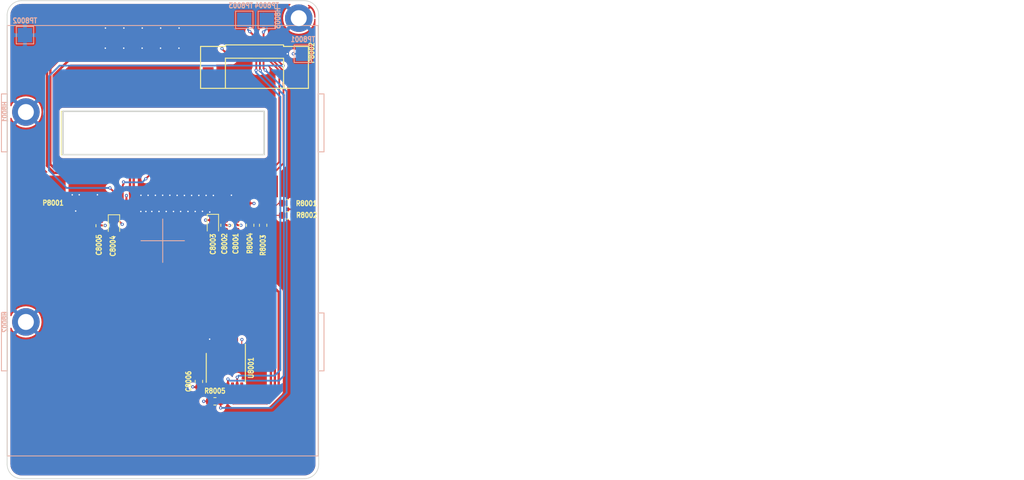
<source format=kicad_pcb>
(kicad_pcb (version 20171130) (host pcbnew "(5.1.2-1)-1")
  (title_block (title "GoodUSB devboard") (date 2017-10-12) (rev 1.2) (company ANSSI))
  (layers (0 F.Cu signal) (1 In1GroundPlan.Cu power) (2 In2Power.Cu power) (31 B.Cu signal) (34 B.Paste user) (35 F.Paste user) (36 B.SilkS user) (37 F.SilkS user) (38 B.Mask user) (39 F.Mask user) (44 Edge.Cuts user))
  (net 0 "")
  (net 1 +3V3)
  (net 2 GND)
  (net 3 /TOUCH_X+)
  (net 4 /TOUCH_Y+)
  (net 5 /TOUCH_X-)
  (net 6 /TOUCH_Y-)
  (net 7 SCREEN_RESET)
  (net 8 SCREEN_~D~C)
  (net 9 ~SPI_SCREEN_CS)
  (net 10 ~SPI_TOUCH_CS)
  (net 11 TOUCH_BUSY)
  (net 12 TOUCH_IRQ)
  (net 13 SPI_SCREEN_MISO)
  (net 14 SPI_SCREEN_MOSI)
  (net 15 SPI_SCREEN_SCK)
  (net 16 "Net-(P8001-Pad2)")
  (net 17 "Net-(P8001-Pad3)")
  (net 18 "Net-(P8001-Pad4)")
  (net 19 "Net-(P8001-Pad5)")
  (module MountingHole:MountingHole_2.2mm_M2_ISO14580_Pad (layer B.Cu) (at 126.2589 42.2131 270)
    (fp_text reference H8003 (at 0 2.9 270) (layer B.SilkS) (effects (font (size 0.7 0.6)) (justify mirror)))
    (fp_text value H2 hide)
    (pad 1 thru_hole circle (at 0 0 270) (size 3.8 3.8) (drill 2.2) (layers *.Cu *.Mask) (net 2 GND))
  )
  (module MountingHole:MountingHole_2.2mm_M2_ISO14580_Pad (layer B.Cu) (at 88.5989 84.1831 270)
    (fp_text reference H8002 (at 0 2.9 270) (layer B.SilkS) (effects (font (size 0.7 0.6)) (justify mirror)))
    (fp_text value H2 hide)
    (pad 1 thru_hole circle (at 0 0 270) (size 3.8 3.8) (drill 2.2) (layers *.Cu *.Mask) (net 2 GND))
  )
  (module MountingHole:MountingHole_2.2mm_M2_ISO14580_Pad (layer B.Cu) (at 88.5989 55.1831 270)
    (fp_text reference H8001 (at 0 2.9 270) (layer B.SilkS) (effects (font (size 0.7 0.6)) (justify mirror)))
    (fp_text value H1 hide)
    (pad 1 thru_hole circle (at 0 0 270) (size 3.8 3.8) (drill 2.2) (layers *.Cu *.Mask) (net 2 GND))
  )
  (module Package_SO:SSOP-16_3.9x4.9mm_P0.635mm (layer F.Cu) (at 116.168559 90.530266 270)
    (fp_text reference U8001 (at 0 -3.5 270) (layer F.SilkS) (effects (font (size 0.7 0.6))))
    (fp_text value ADS7846 hide)
    (pad 16 smd rect (at 2.6 -2.2225 270) (size 1.2 0.4) (layers F.Cu F.Paste F.Mask) (net 15 SPI_SCREEN_SCK))
    (pad 15 smd rect (at 2.6 -1.5875 270) (size 1.2 0.4) (layers F.Cu F.Paste F.Mask) (net 10 ~SPI_TOUCH_CS))
    (pad 14 smd rect (at 2.6 -0.9525 270) (size 1.2 0.4) (layers F.Cu F.Paste F.Mask) (net 14 SPI_SCREEN_MOSI))
    (pad 13 smd rect (at 2.6 -0.3175 270) (size 1.2 0.4) (layers F.Cu F.Paste F.Mask) (net 11 TOUCH_BUSY))
    (pad 12 smd rect (at 2.6 0.3175 270) (size 1.2 0.4) (layers F.Cu F.Paste F.Mask) (net 13 SPI_SCREEN_MISO))
    (pad 11 smd rect (at 2.6 0.9525 270) (size 1.2 0.4) (layers F.Cu F.Paste F.Mask) (net 12 TOUCH_IRQ))
    (pad 10 smd rect (at 2.6 1.5875 270) (size 1.2 0.4) (layers F.Cu F.Paste F.Mask) (net 1 +3V3))
    (pad 9 smd rect (at 2.6 2.2225 270) (size 1.2 0.4) (layers F.Cu F.Paste F.Mask) (net 1 +3V3))
    (pad 8 smd rect (at -2.6 2.2225 270) (size 1.2 0.4) (layers F.Cu F.Paste F.Mask) (net 2 GND))
    (pad 7 smd rect (at -2.6 1.5875 270) (size 1.2 0.4) (layers F.Cu F.Paste F.Mask) (net 2 GND))
    (pad 6 smd rect (at -2.6 0.9525 270) (size 1.2 0.4) (layers F.Cu F.Paste F.Mask) (net 2 GND))
    (pad 5 smd rect (at -2.6 0.3175 270) (size 1.2 0.4) (layers F.Cu F.Paste F.Mask) (net 6 /TOUCH_Y-))
    (pad 4 smd rect (at -2.6 -0.3175 270) (size 1.2 0.4) (layers F.Cu F.Paste F.Mask) (net 5 /TOUCH_X-))
    (pad 3 smd rect (at -2.6 -0.9525 270) (size 1.2 0.4) (layers F.Cu F.Paste F.Mask) (net 4 /TOUCH_Y+))
    (pad 2 smd rect (at -2.6 -1.5875 270) (size 1.2 0.4) (layers F.Cu F.Paste F.Mask) (net 3 /TOUCH_X+))
    (pad 1 smd rect (at -2.6 -2.2225 270) (size 1.2 0.4) (layers F.Cu F.Paste F.Mask) (net 1 +3V3))
  )
  (module TestPoint:TestPoint_Pad_2.0x2.0mm (layer B.Cu) (at 88.47248 44.55922 180)
    (fp_text reference TP8002 (at 0 1.998 180) (layer B.SilkS) (effects (font (size 0.7 0.6)) (justify mirror)))
    (fp_text value TP901 hide)
    (pad 1 smd rect (at 0 0 180) (size 2 2) (layers B.Cu B.Mask) (net 2 GND))
  )
  (module TestPoint:TestPoint_Pad_2.0x2.0mm (layer B.Cu) (at 126.82902 47.13986 180)
    (fp_text reference TP8001 (at 0 1.998 180) (layer B.SilkS) (effects (font (size 0.7 0.6)) (justify mirror)))
    (fp_text value TP901 hide)
    (pad 1 smd rect (at 0 0 180) (size 2 2) (layers B.Cu B.Mask) (net 1 +3V3))
  )
  (module TestPoint:TestPoint_Pad_2.0x2.0mm (layer B.Cu) (at 118.745 42.4434 180)
    (fp_text reference TP8003 (at 0.46736 1.96596 180) (layer B.SilkS) (effects (font (size 0.7 0.6)) (justify mirror)))
    (fp_text value TP902 hide)
    (pad 1 smd rect (at 0 0 180) (size 2 2) (layers B.Cu B.Mask) (net 11 TOUCH_BUSY))
  )
  (module TestPoint:TestPoint_Pad_2.0x2.0mm (layer B.Cu) (at 121.85142 42.45356 180)
    (fp_text reference TP8004 (at 0 1.998 180) (layer B.SilkS) (effects (font (size 0.7 0.6)) (justify mirror)))
    (fp_text value TP901 hide)
    (pad 1 smd rect (at 0 0 180) (size 2 2) (layers B.Cu B.Mask) (net 12 TOUCH_IRQ))
  )
  (module Resistor_SMD:R_0603_1608Metric (layer F.Cu) (at 119.55272 70.82536 270)
    (fp_text reference R8004 (at 2.49936 0.05334 270) (layer F.SilkS) (effects (font (size 0.7 0.6))))
    (fp_text value 165 hide)
    (pad 2 smd roundrect (at 0.7875 0 270) (size 0.875 0.95) (layers F.Cu F.Paste F.Mask) (net 2 GND))
    (pad 1 smd roundrect (at -0.7875 0 270) (size 0.875 0.95) (layers F.Cu F.Paste F.Mask) (net 19 "Net-(P8001-Pad5)"))
  )
  (module Resistor_SMD:R_0603_1608Metric (layer F.Cu) (at 121.33944 70.82536 270)
    (fp_text reference R8003 (at 2.76652 0.02142 270) (layer F.SilkS) (effects (font (size 0.7 0.6))))
    (fp_text value 165 hide)
    (pad 2 smd roundrect (at 0.7875 0 270) (size 0.875 0.95) (layers F.Cu F.Paste F.Mask) (net 2 GND))
    (pad 1 smd roundrect (at -0.7875 0 270) (size 0.875 0.95) (layers F.Cu F.Paste F.Mask) (net 18 "Net-(P8001-Pad4)"))
  )
  (module Resistor_SMD:R_0603_1608Metric (layer F.Cu) (at 124.75066 69.45838)
    (fp_text reference R8002 (at 2.61256 -0.02494) (layer F.SilkS) (effects (font (size 0.7 0.6))))
    (fp_text value 165 hide)
    (pad 2 smd roundrect (at 0.7875 0) (size 0.875 0.95) (layers F.Cu F.Paste F.Mask) (net 2 GND))
    (pad 1 smd roundrect (at -0.7875 0) (size 0.875 0.95) (layers F.Cu F.Paste F.Mask) (net 17 "Net-(P8001-Pad3)"))
  )
  (module Resistor_SMD:R_0603_1608Metric (layer F.Cu) (at 124.7532 67.7769)
    (fp_text reference R8001 (at 2.56938 0.03348) (layer F.SilkS) (effects (font (size 0.7 0.6))))
    (fp_text value 165 hide)
    (pad 2 smd roundrect (at 0.7875 0) (size 0.875 0.95) (layers F.Cu F.Paste F.Mask) (net 2 GND))
    (pad 1 smd roundrect (at -0.7875 0) (size 0.875 0.95) (layers F.Cu F.Paste F.Mask) (net 16 "Net-(P8001-Pad2)"))
  )
  (module Resistor_SMD:R_0603_1608Metric (layer F.Cu) (at 114.69036 95.1484)
    (fp_text reference R8005 (at 0 -1.43) (layer F.SilkS) (effects (font (size 0.7 0.6))))
    (fp_text value 100K hide)
    (pad 2 smd roundrect (at 0.7875 0) (size 0.875 0.95) (layers F.Cu F.Paste F.Mask) (net 12 TOUCH_IRQ))
    (pad 1 smd roundrect (at -0.7875 0) (size 0.875 0.95) (layers F.Cu F.Paste F.Mask) (net 1 +3V3))
  )
  (module Capacitor_Tantalum_SMD:CP_EIA-1608-08_AVX-J (layer F.Cu) (at 114.41096 70.82536 270)
    (fp_text reference C8003 (at 2.61874 -0.01096 270) (layer F.SilkS) (effects (font (size 0.7 0.6))))
    (fp_text value 10uF hide)
    (pad 2 smd roundrect (at 0.7125 0 270) (size 1.075 1.05) (layers F.Cu F.Paste F.Mask) (roundrect_rratio 0.238095) (net 2 GND))
    (pad 1 smd roundrect (at -0.7125 0 270) (size 1.075 1.05) (layers F.Cu F.Paste F.Mask) (roundrect_rratio 0.238095) (net 1 +3V3))
  )
  (module Capacitor_SMD:C_0603_1608Metric (layer F.Cu) (at 116.01116 70.82536 270)
    (fp_text reference C8002 (at 2.56286 0.00682 270) (layer F.SilkS) (effects (font (size 0.7 0.6))))
    (fp_text value 100nF hide)
    (pad 2 smd roundrect (at 0.7875 0 270) (size 0.875 0.95) (layers F.Cu F.Paste F.Mask) (net 2 GND))
    (pad 1 smd roundrect (at -0.7875 0 270) (size 0.875 0.95) (layers F.Cu F.Paste F.Mask) (net 1 +3V3))
  )
  (module Capacitor_SMD:C_0603_1608Metric (layer F.Cu) (at 117.5885 70.82536 270)
    (fp_text reference C8001 (at 2.53238 0.03476 270) (layer F.SilkS) (effects (font (size 0.7 0.6))))
    (fp_text value 100nF hide)
    (pad 2 smd roundrect (at 0.7875 0 270) (size 0.875 0.95) (layers F.Cu F.Paste F.Mask) (net 2 GND))
    (pad 1 smd roundrect (at -0.7875 0 270) (size 0.875 0.95) (layers F.Cu F.Paste F.Mask) (net 1 +3V3))
  )
  (module Capacitor_Tantalum_SMD:CP_EIA-1608-08_AVX-J (layer F.Cu) (at 100.75592 70.88886 270)
    (fp_text reference C8004 (at 2.79654 0.14652 270) (layer F.SilkS) (effects (font (size 0.7 0.6))))
    (fp_text value 10uF hide)
    (pad 2 smd roundrect (at 0.7125 0 270) (size 1.075 1.05) (layers F.Cu F.Paste F.Mask) (roundrect_rratio 0.238095) (net 2 GND))
    (pad 1 smd roundrect (at -0.7125 0 270) (size 1.075 1.05) (layers F.Cu F.Paste F.Mask) (roundrect_rratio 0.238095) (net 1 +3V3))
  )
  (module Capacitor_SMD:C_0603_1608Metric (layer F.Cu) (at 98.7798 70.88886 270)
    (fp_text reference C8005 (at 2.65176 0.09572 270) (layer F.SilkS) (effects (font (size 0.7 0.6))))
    (fp_text value 100nF hide)
    (pad 2 smd roundrect (at 0.7875 0 270) (size 0.875 0.95) (layers F.Cu F.Paste F.Mask) (net 2 GND))
    (pad 1 smd roundrect (at -0.7875 0 270) (size 0.875 0.95) (layers F.Cu F.Paste F.Mask) (net 1 +3V3))
  )
  (module Capacitor_SMD:C_0603_1608Metric (layer F.Cu) (at 112.478579 92.400166 90)
    (fp_text reference C8006 (at 0 -1.43 90) (layer F.SilkS) (effects (font (size 0.7 0.6))))
    (fp_text value 100nF hide)
    (pad 2 smd roundrect (at 0.7875 0 90) (size 0.875 0.95) (layers F.Cu F.Paste F.Mask) (net 2 GND))
    (pad 1 smd roundrect (at -0.7875 0 90) (size 0.875 0.95) (layers F.Cu F.Paste F.Mask) (net 1 +3V3))
  )
  (module wookey:BuyDisplay-50PIN_LCD_ZIF (layer B.Cu) (at 107.4839 72.96098)
    (fp_text reference P8001 (at -15.12364 -5.22276 180) (layer F.SilkS) (effects (font (size 0.7 0.6))))
    (fp_text value ER-CON50HT-1 hide)
    (pad 1 smd rect (at 11.988516 -5.173202 270) (size 1.24968 0.29972) (layers F.Cu F.Paste F.Mask) (net 1 +3V3))
    (pad 2 smd rect (at 11.488136 -5.173202 270) (size 1.24968 0.29972) (layers F.Cu F.Paste F.Mask) (net 16 "Net-(P8001-Pad2)"))
    (pad 3 smd rect (at 10.990296 -5.173202 270) (size 1.24968 0.29972) (layers F.Cu F.Paste F.Mask) (net 17 "Net-(P8001-Pad3)"))
    (pad 4 smd rect (at 10.489916 -5.173202 270) (size 1.24968 0.29972) (layers F.Cu F.Paste F.Mask) (net 18 "Net-(P8001-Pad4)"))
    (pad 5 smd rect (at 9.989536 -5.173202 270) (size 1.24968 0.29972) (layers F.Cu F.Paste F.Mask) (net 19 "Net-(P8001-Pad5)"))
    (pad 6 smd rect (at 9.489156 -5.173202 270) (size 1.24968 0.29972) (layers F.Cu F.Paste F.Mask) (net 2 GND))
    (pad 7 smd rect (at 8.988776 -5.173202 270) (size 1.24968 0.29972) (layers F.Cu F.Paste F.Mask) (net 1 +3V3))
    (pad 8 smd rect (at 8.488396 -5.173202 270) (size 1.24968 0.29972) (layers F.Cu F.Paste F.Mask) (net 1 +3V3))
    (pad 9 smd rect (at 7.990556 -5.173202 270) (size 1.24968 0.29972) (layers F.Cu F.Paste F.Mask) (net 1 +3V3))
    (pad 10 smd rect (at 7.490176 -5.173202 90) (size 1.24968 0.29972) (layers F.Cu F.Paste F.Mask) (net 7 SCREEN_RESET))
    (pad 11 smd rect (at 6.989796 -5.173202 90) (size 1.24968 0.29972) (layers F.Cu F.Paste F.Mask) (net 2 GND))
    (pad 12 smd rect (at 6.489416 -5.173202 90) (size 1.24968 0.29972) (layers F.Cu F.Paste F.Mask) (net 2 GND))
    (pad 13 smd rect (at 5.989036 -5.173202 90) (size 1.24968 0.29972) (layers F.Cu F.Paste F.Mask) (net 2 GND))
    (pad 14 smd rect (at 5.488656 -5.173202 90) (size 1.24968 0.29972) (layers F.Cu F.Paste F.Mask) (net 2 GND))
    (pad 15 smd rect (at 4.988276 -5.173202 90) (size 1.24968 0.29972) (layers F.Cu F.Paste F.Mask) (net 2 GND))
    (pad 16 smd rect (at 4.490436 -5.173202 90) (size 1.24968 0.29972) (layers F.Cu F.Paste F.Mask) (net 2 GND))
    (pad 17 smd rect (at 3.990056 -5.173202 90) (size 1.24968 0.29972) (layers F.Cu F.Paste F.Mask) (net 2 GND))
    (pad 18 smd rect (at 3.489676 -5.173202 90) (size 1.24968 0.29972) (layers F.Cu F.Paste F.Mask) (net 2 GND))
    (pad 19 smd rect (at 2.989296 -5.173202 90) (size 1.24968 0.29972) (layers F.Cu F.Paste F.Mask) (net 2 GND))
    (pad 20 smd rect (at 2.488916 -5.173202 90) (size 1.24968 0.29972) (layers F.Cu F.Paste F.Mask) (net 2 GND))
    (pad 21 smd rect (at 1.988536 -5.173202 90) (size 1.24968 0.29972) (layers F.Cu F.Paste F.Mask) (net 2 GND))
    (pad 22 smd rect (at 1.488156 -5.173202 90) (size 1.24968 0.29972) (layers F.Cu F.Paste F.Mask) (net 2 GND))
    (pad 23 smd rect (at 0.990316 -5.173202 90) (size 1.24968 0.29972) (layers F.Cu F.Paste F.Mask) (net 2 GND))
    (pad 24 smd rect (at 0.489936 -5.173202 90) (size 1.24968 0.29972) (layers F.Cu F.Paste F.Mask) (net 2 GND))
    (pad 25 smd rect (at -0.010444 -5.173202 90) (size 1.24968 0.29972) (layers F.Cu F.Paste F.Mask) (net 2 GND))
    (pad 26 smd rect (at -0.508284 -5.173202 90) (size 1.24968 0.29972) (layers F.Cu F.Paste F.Mask) (net 2 GND))
    (pad 27 smd rect (at -1.008664 -5.173202 90) (size 1.24968 0.29972) (layers F.Cu F.Paste F.Mask) (net 2 GND))
    (pad 28 smd rect (at -1.509044 -5.173202 90) (size 1.24968 0.29972) (layers F.Cu F.Paste F.Mask) (net 2 GND))
    (pad 29 smd rect (at -2.006884 -5.173202 90) (size 1.24968 0.29972) (layers F.Cu F.Paste F.Mask) (net 2 GND))
    (pad 30 smd rect (at -2.507264 -5.173202 90) (size 1.24968 0.29972) (layers F.Cu F.Paste F.Mask) (net 2 GND))
    (pad 31 smd rect (at -3.007644 -5.173202 90) (size 1.24968 0.29972) (layers F.Cu F.Paste F.Mask) (net 2 GND))
    (pad 32 smd rect (at -3.508024 -5.173202 90) (size 1.24968 0.29972) (layers F.Cu F.Paste F.Mask) (net 2 GND))
    (pad 33 smd rect (at -4.008404 -5.173202 90) (size 1.24968 0.29972) (layers F.Cu F.Paste F.Mask) (net 13 SPI_SCREEN_MISO))
    (pad 34 smd rect (at -4.508784 -5.173202 90) (size 1.24968 0.29972) (layers F.Cu F.Paste F.Mask) (net 14 SPI_SCREEN_MOSI))
    (pad 35 smd rect (at -5.009164 -5.173202 90) (size 1.24968 0.29972) (layers F.Cu F.Paste F.Mask) (net 1 +3V3))
    (pad 36 smd rect (at -5.507004 -5.173202 90) (size 1.24968 0.29972) (layers F.Cu F.Paste F.Mask) (net 8 SCREEN_~D~C))
    (pad 37 smd rect (at -6.007384 -5.173202 90) (size 1.24968 0.29972) (layers F.Cu F.Paste F.Mask) (net 15 SPI_SCREEN_SCK))
    (pad 38 smd rect (at -6.507764 -5.173202 90) (size 1.24968 0.29972) (layers F.Cu F.Paste F.Mask) (net 9 ~SPI_SCREEN_CS))
    (pad 39 smd rect (at -7.008144 -5.173202 90) (size 1.24968 0.29972) (layers F.Cu F.Paste F.Mask))
    (pad 40 smd rect (at -7.508524 -5.173202 90) (size 1.24968 0.29972) (layers F.Cu F.Paste F.Mask) (net 1 +3V3))
    (pad 41 smd rect (at -8.008904 -5.173202 90) (size 1.24968 0.29972) (layers F.Cu F.Paste F.Mask) (net 1 +3V3))
    (pad 42 smd rect (at -8.509284 -5.173202 90) (size 1.24968 0.29972) (layers F.Cu F.Paste F.Mask) (net 1 +3V3))
    (pad 43 smd rect (at -9.007124 -5.173202 90) (size 1.24968 0.29972) (layers F.Cu F.Paste F.Mask) (net 2 GND))
    (pad 44 smd rect (at -9.507504 -5.173202 90) (size 1.24968 0.29972) (layers F.Cu F.Paste F.Mask) (net 3 /TOUCH_X+))
    (pad 45 smd rect (at -10.007884 -5.173202 90) (size 1.24968 0.29972) (layers F.Cu F.Paste F.Mask) (net 4 /TOUCH_Y+))
    (pad 46 smd rect (at -10.508264 -5.173202 90) (size 1.24968 0.29972) (layers F.Cu F.Paste F.Mask) (net 5 /TOUCH_X-))
    (pad 47 smd rect (at -11.008644 -5.173202 90) (size 1.24968 0.29972) (layers F.Cu F.Paste F.Mask) (net 6 /TOUCH_Y-))
    (pad 48 smd rect (at -11.509024 -5.173202 90) (size 1.24968 0.29972) (layers F.Cu F.Paste F.Mask) (net 2 GND))
    (pad 49 smd rect (at -12.006864 -5.173202 90) (size 1.24968 0.29972) (layers F.Cu F.Paste F.Mask) (net 2 GND))
    (pad 50 smd rect (at -12.507244 -5.173202 90) (size 1.24968 0.29972) (layers F.Cu F.Paste F.Mask) (net 2 GND))
    (pad PAD1 smd rect (at 14.4 -7.5 270) (size 3 3) (layers F.Cu F.Paste F.Mask))
    (pad PAD2 smd rect (at -14.9 -7.497302 270) (size 2.99974 3) (layers F.Cu F.Paste F.Mask))
  )
  (module wookey:FPC16_MOLEX_52892_1633 (layer F.Cu) (at 120.14882 46.82998)
    (fp_text reference P8002 (at 7.89 0.18 90) (layer F.SilkS) (effects (font (size 0.7 0.6))))
    (fp_text value CPU hide)
    (pad 1 smd rect (at -3.75 0) (size 0.25 1.4) (layers F.Cu F.Paste F.Mask) (net 1 +3V3))
    (pad 2 smd rect (at -3.25 0) (size 0.25 1.4) (layers F.Cu F.Paste F.Mask) (net 14 SPI_SCREEN_MOSI))
    (pad 3 smd rect (at -2.75 0) (size 0.25 1.4) (layers F.Cu F.Paste F.Mask) (net 13 SPI_SCREEN_MISO))
    (pad 4 smd rect (at -2.25 0) (size 0.25 1.4) (layers F.Cu F.Paste F.Mask) (net 15 SPI_SCREEN_SCK))
    (pad 5 smd rect (at -1.75 0) (size 0.25 1.4) (layers F.Cu F.Paste F.Mask))
    (pad 6 smd rect (at -1.25 0) (size 0.25 1.4) (layers F.Cu F.Paste F.Mask))
    (pad 7 smd rect (at -0.75 0) (size 0.25 1.4) (layers F.Cu F.Paste F.Mask))
    (pad 8 smd rect (at -0.25 0) (size 0.25 1.4) (layers F.Cu F.Paste F.Mask))
    (pad 9 smd rect (at 0.25 0) (size 0.25 1.4) (layers F.Cu F.Paste F.Mask) (net 10 ~SPI_TOUCH_CS))
    (pad 10 smd rect (at 0.75 0) (size 0.25 1.4) (layers F.Cu F.Paste F.Mask) (net 11 TOUCH_BUSY))
    (pad 11 smd rect (at 1.25 0) (size 0.25 1.4) (layers F.Cu F.Paste F.Mask) (net 12 TOUCH_IRQ))
    (pad 12 smd rect (at 1.75 0) (size 0.25 1.4) (layers F.Cu F.Paste F.Mask) (net 8 SCREEN_~D~C))
    (pad 13 smd rect (at 2.25 0) (size 0.25 1.4) (layers F.Cu F.Paste F.Mask) (net 7 SCREEN_RESET))
    (pad 14 smd rect (at 2.75 0) (size 0.25 1.4) (layers F.Cu F.Paste F.Mask) (net 9 ~SPI_SCREEN_CS))
    (pad 15 smd rect (at 3.25 0) (size 0.25 1.4) (layers F.Cu F.Paste F.Mask))
    (pad 16 smd rect (at 3.75 0) (size 0.25 1.4) (layers F.Cu F.Paste F.Mask) (net 2 GND))
    (pad 0 smd rect (at -6.4 3.15) (size 1.5 2) (layers F.Cu F.Paste F.Mask))
    (pad 0 smd rect (at 6.4 3.15) (size 1.5 2) (layers F.Cu F.Paste F.Mask))
  )
  (gr_line (start 93.72346 61.06414) (end 121.47978 61.0644) (layer Edge.Cuts) (width 0.2))
  (gr_line (start 93.72346 55.08498) (end 93.72346 61.06414) (layer Edge.Cuts) (width 0.2))
  (gr_line (start 121.47978 55.0844) (end 93.72346 55.08498) (layer Edge.Cuts) (width 0.2))
  (gr_line (start 121.47978 61.0644) (end 121.47978 55.0844) (layer Edge.Cuts) (width 0.2))
  (gr_arc (start 127.014837 103.840759) (end 129.010818 103.84092) (angle 89.9953784) (layer Edge.Cuts) (width 0.1))
  (gr_arc (start 88.007139 103.8403) (end 88.006978 105.836281) (angle 89.9953784) (layer Edge.Cuts) (width 0.1))
  (gr_arc (start 88.007598 41.79526) (end 86.010997 41.79526) (angle 90) (layer Edge.Cuts) (width 0.1))
  (gr_arc (start 127.014378 41.79526) (end 127.014378 39.798659) (angle 90) (layer Edge.Cuts) (width 0.1))
  (gr_line (start 88.007598 39.798659) (end 127.014378 39.798659) (layer Edge.Cuts) (width 0.1))
  (gr_line (start 86.011158 103.8403) (end 86.010997 41.79526) (layer Edge.Cuts) (width 0.1))
  (gr_line (start 127.014837 105.83674) (end 88.006978 105.836281) (layer Edge.Cuts) (width 0.1))
  (gr_line (start 129.010979 41.79526) (end 129.010818 103.84092) (layer Edge.Cuts) (width 0.1))
  (via (at 125.510758 47.13224) (size 0.44) (drill 0.2) (layers F.Cu B.Cu) (net 1))
  (segment (start 126.82902 47.13986) (end 125.518378 47.13986) (width 0.25) (layer B.Cu) (net 1))
  (segment (start 125.518378 47.13986) (end 125.510758 47.13224) (width 0.25) (layer B.Cu) (net 1))
  (segment (start 102.470616 66.730684) (end 102.48058 66.72072) (width 0.127) (layer F.Cu) (net 1))
  (segment (start 102.470616 67.781198) (end 102.470616 66.730684) (width 0.127) (layer F.Cu) (net 1))
  (via (at 102.48058 66.72072) (size 0.44) (drill 0.2) (layers F.Cu B.Cu) (net 1))
  (segment (start 115.968176 67.781198) (end 116.468556 67.781198) (width 0.24) (layer F.Cu) (net 1))
  (segment (start 115.470336 67.781198) (end 115.968176 67.781198) (width 0.24) (layer F.Cu) (net 1))
  (segment (start 115.470336 67.781198) (end 116.468556 67.781198) (width 0.127) (layer F.Cu) (net 1))
  (via (at 99.54514 70.85076) (size 0.44) (drill 0.2) (layers F.Cu B.Cu) (net 1))
  (segment (start 117.5885 69.79088) (end 117.5885 70.03786) (width 0.127) (layer F.Cu) (net 1))
  (via (at 118.27256 70.8279) (size 0.44) (drill 0.2) (layers F.Cu B.Cu) (net 1))
  (via (at 116.70538 70.85076) (size 0.44) (drill 0.2) (layers F.Cu B.Cu) (net 1))
  (via (at 101.8921 70.69074) (size 0.44) (drill 0.2) (layers F.Cu B.Cu) (net 1))
  (via (at 111.62966 93.14688) (size 0.44) (drill 0.2) (layers F.Cu B.Cu) (net 1))
  (segment (start 111.632946 93.150166) (end 111.62966 93.14688) (width 0.127) (layer F.Cu) (net 1))
  (segment (start 112.478579 93.150166) (end 111.632946 93.150166) (width 0.127) (layer F.Cu) (net 1))
  (via (at 113.13588 95.1484) (size 0.44) (drill 0.2) (layers F.Cu B.Cu) (net 1))
  (segment (start 113.94036 95.1484) (end 113.13588 95.1484) (width 0.127) (layer F.Cu) (net 1))
  (via (at 118.414 86.61654) (size 0.44) (drill 0.2) (layers F.Cu B.Cu) (net 1))
  (segment (start 118.391059 86.639481) (end 118.414 86.61654) (width 0.127) (layer F.Cu) (net 1))
  (segment (start 118.391059 87.930266) (end 118.391059 86.639481) (width 0.127) (layer F.Cu) (net 1))
  (segment (start 113.946059 93.130266) (end 113.5372 93.130266) (width 0.127) (layer F.Cu) (net 1))
  (segment (start 114.581059 93.130266) (end 113.5372 93.130266) (width 0.127) (layer F.Cu) (net 1))
  (segment (start 112.498479 93.130266) (end 112.478579 93.150166) (width 0.127) (layer F.Cu) (net 1))
  (segment (start 113.5372 93.130266) (end 112.498479 93.130266) (width 0.127) (layer F.Cu) (net 1))
  (via (at 120.08104 67.80784) (size 0.44) (drill 0.2) (layers F.Cu B.Cu) (net 1))
  (segment (start 119.468296 67.781198) (end 119.494938 67.80784) (width 0.127) (layer F.Cu) (net 1))
  (segment (start 119.494938 67.80784) (end 119.769914 67.80784) (width 0.127) (layer F.Cu) (net 1))
  (segment (start 119.769914 67.80784) (end 120.08104 67.80784) (width 0.127) (layer F.Cu) (net 1))
  (via (at 115.66652 46.41596) (size 0.44) (drill 0.2) (layers F.Cu B.Cu) (net 1))
  (segment (start 116.39882 46.82998) (end 116.03382 46.82998) (width 0.24) (layer F.Cu) (net 1))
  (segment (start 115.66652 46.46268) (end 115.66652 46.41596) (width 0.24) (layer F.Cu) (net 1))
  (segment (start 116.03382 46.82998) (end 115.66652 46.46268) (width 0.24) (layer F.Cu) (net 1))
  (segment (start 114.523659 93.187666) (end 114.581059 93.130266) (width 0.25) (layer F.Cu) (net 1))
  (segment (start 112.478579 93.187666) (end 114.523659 93.187666) (width 0.25) (layer F.Cu) (net 1))
  (segment (start 111.670446 93.187666) (end 111.62966 93.14688) (width 0.25) (layer F.Cu) (net 1))
  (segment (start 112.478579 93.187666) (end 111.670446 93.187666) (width 0.25) (layer F.Cu) (net 1))
  (segment (start 113.90286 95.1484) (end 113.13588 95.1484) (width 0.25) (layer F.Cu) (net 1))
  (segment (start 116.251 70.8152) (end 116.29898 70.8152) (width 0.25) (layer F.Cu) (net 1))
  (segment (start 116.01116 70.57536) (end 116.251 70.8152) (width 0.25) (layer F.Cu) (net 1))
  (segment (start 116.01116 70.03786) (end 116.01116 70.57536) (width 0.25) (layer F.Cu) (net 1))
  (segment (start 116.33454 70.85076) (end 116.70538 70.85076) (width 0.25) (layer F.Cu) (net 1))
  (segment (start 116.29898 70.8152) (end 116.33454 70.85076) (width 0.25) (layer F.Cu) (net 1))
  (segment (start 117.5885 70.03786) (end 117.5885 70.56294) (width 0.25) (layer F.Cu) (net 1))
  (segment (start 117.5885 70.56294) (end 117.85346 70.8279) (width 0.25) (layer F.Cu) (net 1))
  (segment (start 117.85346 70.8279) (end 118.27256 70.8279) (width 0.25) (layer F.Cu) (net 1))
  (segment (start 115.968176 67.781198) (end 115.968176 68.931124) (width 0.127) (layer F.Cu) (net 1))
  (segment (start 116.01116 70.52738) (end 116.29898 70.8152) (width 0.127) (layer F.Cu) (net 1))
  (segment (start 116.01116 68.974108) (end 116.01116 70.52738) (width 0.127) (layer F.Cu) (net 1))
  (segment (start 115.968176 68.931124) (end 116.01116 68.974108) (width 0.127) (layer F.Cu) (net 1))
  (segment (start 116.472676 68.662618) (end 116.472676 67.787778) (width 0.25) (layer F.Cu) (net 1))
  (segment (start 116.857418 69.04736) (end 116.472676 68.662618) (width 0.25) (layer F.Cu) (net 1))
  (segment (start 117.1355 69.04736) (end 116.857418 69.04736) (width 0.25) (layer F.Cu) (net 1))
  (segment (start 117.5885 69.50036) (end 117.1355 69.04736) (width 0.25) (layer F.Cu) (net 1))
  (segment (start 117.5885 70.03786) (end 117.5885 69.50036) (width 0.25) (layer F.Cu) (net 1))
  (segment (start 115.972296 69.998996) (end 116.01116 70.03786) (width 0.25) (layer F.Cu) (net 1))
  (segment (start 115.972296 67.787778) (end 115.972296 69.998996) (width 0.25) (layer F.Cu) (net 1))
  (segment (start 115.474456 68.812704) (end 115.474456 67.787778) (width 0.25) (layer F.Cu) (net 1))
  (segment (start 114.41096 69.8762) (end 115.474456 68.812704) (width 0.25) (layer F.Cu) (net 1))
  (segment (start 114.41096 70.11286) (end 114.41096 69.8762) (width 0.25) (layer F.Cu) (net 1))
  (segment (start 120.060978 67.787778) (end 120.08104 67.80784) (width 0.25) (layer F.Cu) (net 1))
  (segment (start 119.472416 67.787778) (end 120.060978 67.787778) (width 0.25) (layer F.Cu) (net 1))
  (segment (start 102.474736 66.726564) (end 102.48058 66.72072) (width 0.25) (layer F.Cu) (net 1))
  (segment (start 102.474736 67.787778) (end 102.474736 66.726564) (width 0.25) (layer F.Cu) (net 1))
  (segment (start 99.975376 67.787778) (end 99.474996 67.787778) (width 0.25) (layer F.Cu) (net 1))
  (segment (start 100.75592 69.53678) (end 100.75592 70.17636) (width 0.25) (layer F.Cu) (net 1))
  (segment (start 99.975376 68.756236) (end 100.75592 69.53678) (width 0.25) (layer F.Cu) (net 1))
  (segment (start 99.975376 67.787778) (end 99.975376 68.756236) (width 0.25) (layer F.Cu) (net 1))
  (segment (start 98.974616 69.906544) (end 98.7798 70.10136) (width 0.25) (layer F.Cu) (net 1))
  (segment (start 98.974616 67.787778) (end 98.974616 69.906544) (width 0.25) (layer F.Cu) (net 1))
  (segment (start 98.9917 70.85076) (end 99.0981 70.85076) (width 0.25) (layer F.Cu) (net 1))
  (segment (start 98.7798 70.63886) (end 98.9917 70.85076) (width 0.25) (layer F.Cu) (net 1))
  (segment (start 98.7798 70.10136) (end 98.7798 70.63886) (width 0.25) (layer F.Cu) (net 1))
  (segment (start 99.0981 70.85076) (end 99.54514 70.85076) (width 0.25) (layer F.Cu) (net 1))
  (segment (start 101.37772 70.17636) (end 101.8921 70.69074) (width 0.25) (layer F.Cu) (net 1))
  (segment (start 100.75592 70.17636) (end 101.37772 70.17636) (width 0.25) (layer F.Cu) (net 1))
  (via (at 113.3983 70.11162) (size 0.44) (drill 0.2) (layers F.Cu B.Cu) (net 1))
  (segment (start 113.39954 70.11286) (end 113.3983 70.11162) (width 0.25) (layer F.Cu) (net 1))
  (segment (start 114.41096 70.11286) (end 113.39954 70.11286) (width 0.25) (layer F.Cu) (net 1))
  (via (at 99.5807 43.57878) (size 0.44) (drill 0.2) (layers F.Cu B.Cu) (net 2))
  (via (at 102.1207 43.57878) (size 0.44) (drill 0.2) (layers F.Cu B.Cu) (net 2))
  (via (at 104.6607 43.57878) (size 0.44) (drill 0.2) (layers F.Cu B.Cu) (net 2))
  (via (at 107.2007 43.57878) (size 0.44) (drill 0.2) (layers F.Cu B.Cu) (net 2))
  (via (at 109.7407 43.57878) (size 0.44) (drill 0.2) (layers F.Cu B.Cu) (net 2))
  (via (at 99.56292 46.35754) (size 0.44) (drill 0.2) (layers F.Cu B.Cu) (net 2))
  (via (at 102.10292 46.35754) (size 0.44) (drill 0.2) (layers F.Cu B.Cu) (net 2))
  (via (at 104.64292 46.35754) (size 0.44) (drill 0.2) (layers F.Cu B.Cu) (net 2))
  (via (at 107.18292 46.35754) (size 0.44) (drill 0.2) (layers F.Cu B.Cu) (net 2))
  (via (at 109.72292 46.35754) (size 0.44) (drill 0.2) (layers F.Cu B.Cu) (net 2))
  (segment (start 124.377918 46.82998) (end 124.68018 47.132242) (width 0.24) (layer F.Cu) (net 2))
  (segment (start 123.89882 46.82998) (end 124.377918 46.82998) (width 0.24) (layer F.Cu) (net 2))
  (via (at 124.68018 47.132242) (size 0.44) (drill 0.2) (layers F.Cu B.Cu) (net 2))
  (segment (start 104.972516 68.887536) (end 105.16028 69.0753) (width 0.127) (layer F.Cu) (net 2))
  (segment (start 104.972516 67.781198) (end 104.972516 68.930716) (width 0.127) (layer F.Cu) (net 2))
  (via (at 105.16028 68.9188) (size 0.44) (drill 0.2) (layers F.Cu B.Cu) (net 2))
  (segment (start 112.968436 67.781198) (end 112.968436 68.897304) (width 0.127) (layer F.Cu) (net 2))
  (segment (start 117.5885 71.29088) (end 117.5885 72.44842) (width 0.127) (layer F.Cu) (net 2))
  (via (at 117.59866 72.45858) (size 0.44) (drill 0.2) (layers F.Cu B.Cu) (net 2))
  (segment (start 119.55128 72.43254) (end 119.56208 72.44334) (width 0.127) (layer F.Cu) (net 2))
  (segment (start 119.55128 71.28788) (end 119.55128 72.43254) (width 0.127) (layer F.Cu) (net 2))
  (via (at 119.56208 72.44334) (size 0.44) (drill 0.2) (layers F.Cu B.Cu) (net 2))
  (segment (start 114.41096 71.27818) (end 114.41096 72.4154) (width 0.127) (layer F.Cu) (net 2))
  (via (at 114.42112 72.42556) (size 0.44) (drill 0.2) (layers F.Cu B.Cu) (net 2))
  (segment (start 116.968936 67.781198) (end 116.968936 66.680276) (width 0.127) (layer F.Cu) (net 2))
  (via (at 116.9662 66.67754) (size 0.44) (drill 0.2) (layers F.Cu B.Cu) (net 2))
  (segment (start 116.968936 66.680276) (end 116.9662 66.67754) (width 0.127) (layer F.Cu) (net 2))
  (segment (start 125.50066 69.45838) (end 126.29608 69.45838) (width 0.127) (layer F.Cu) (net 2))
  (segment (start 126.29608 69.45838) (end 126.31848 69.43598) (width 0.127) (layer F.Cu) (net 2))
  (via (at 126.31848 69.43598) (size 0.44) (drill 0.2) (layers F.Cu B.Cu) (net 2))
  (segment (start 125.5032 67.7769) (end 126.31386 67.7769) (width 0.127) (layer F.Cu) (net 2))
  (segment (start 126.31386 67.7769) (end 126.3388 67.75196) (width 0.127) (layer F.Cu) (net 2))
  (via (at 126.3388 67.75196) (size 0.44) (drill 0.2) (layers F.Cu B.Cu) (net 2))
  (segment (start 121.33944 71.28788) (end 121.33944 72.39572) (width 0.127) (layer F.Cu) (net 2))
  (via (at 121.33246 72.4027) (size 0.44) (drill 0.2) (layers F.Cu B.Cu) (net 2))
  (segment (start 114.469576 67.781198) (end 114.469576 66.712904) (width 0.127) (layer F.Cu) (net 2))
  (segment (start 114.469576 66.712904) (end 114.47446 66.70802) (width 0.127) (layer F.Cu) (net 2))
  (via (at 114.47446 66.70802) (size 0.44) (drill 0.2) (layers F.Cu B.Cu) (net 2))
  (segment (start 113.468816 67.781198) (end 113.468816 66.702744) (width 0.127) (layer F.Cu) (net 2))
  (via (at 113.47116 66.7004) (size 0.44) (drill 0.2) (layers F.Cu B.Cu) (net 2))
  (segment (start 113.468816 66.702744) (end 113.47116 66.7004) (width 0.127) (layer F.Cu) (net 2))
  (segment (start 112.468056 67.781198) (end 112.468056 66.700596) (width 0.127) (layer F.Cu) (net 2))
  (segment (start 112.468056 66.700596) (end 112.46786 66.7004) (width 0.127) (layer F.Cu) (net 2))
  (via (at 112.46786 66.7004) (size 0.44) (drill 0.2) (layers F.Cu B.Cu) (net 2))
  (segment (start 111.970216 67.781198) (end 111.970216 69.075104) (width 0.127) (layer F.Cu) (net 2))
  (via (at 111.97002 68.9188) (size 0.44) (drill 0.2) (layers F.Cu B.Cu) (net 2))
  (segment (start 111.970216 69.075104) (end 111.97002 69.0753) (width 0.127) (layer F.Cu) (net 2))
  (segment (start 111.469836 67.781198) (end 111.469836 66.703136) (width 0.127) (layer F.Cu) (net 2))
  (segment (start 111.469836 66.703136) (end 111.46964 66.70294) (width 0.127) (layer F.Cu) (net 2))
  (via (at 111.46964 66.70294) (size 0.44) (drill 0.2) (layers F.Cu B.Cu) (net 2))
  (segment (start 110.969456 67.781198) (end 110.969456 69.085264) (width 0.127) (layer F.Cu) (net 2))
  (segment (start 110.969456 69.075104) (end 110.96926 69.0753) (width 0.127) (layer F.Cu) (net 2))
  (via (at 110.96926 68.9188) (size 0.44) (drill 0.2) (layers F.Cu B.Cu) (net 2))
  (segment (start 110.469076 67.781198) (end 110.469076 66.712904) (width 0.127) (layer F.Cu) (net 2))
  (segment (start 110.469076 66.712904) (end 110.4765 66.70548) (width 0.127) (layer F.Cu) (net 2))
  (via (at 110.4765 66.70548) (size 0.44) (drill 0.2) (layers F.Cu B.Cu) (net 2))
  (segment (start 109.968696 67.781198) (end 109.968696 69.092884) (width 0.127) (layer F.Cu) (net 2))
  (segment (start 109.968696 69.059864) (end 109.95326 69.0753) (width 0.127) (layer F.Cu) (net 2))
  (via (at 109.95326 68.9188) (size 0.44) (drill 0.2) (layers F.Cu B.Cu) (net 2))
  (segment (start 109.468316 67.781198) (end 109.468316 66.700204) (width 0.127) (layer F.Cu) (net 2))
  (via (at 109.4732 66.69532) (size 0.44) (drill 0.2) (layers F.Cu B.Cu) (net 2))
  (segment (start 109.468316 66.700204) (end 109.4732 66.69532) (width 0.127) (layer F.Cu) (net 2))
  (segment (start 108.967936 67.781198) (end 108.967936 69.116136) (width 0.127) (layer F.Cu) (net 2))
  (segment (start 108.967936 69.072956) (end 108.97028 69.0753) (width 0.127) (layer F.Cu) (net 2))
  (via (at 108.97028 68.9188) (size 0.44) (drill 0.2) (layers F.Cu B.Cu) (net 2))
  (segment (start 108.470096 67.781198) (end 108.470096 66.685356) (width 0.127) (layer F.Cu) (net 2))
  (segment (start 108.470096 66.685356) (end 108.46736 66.68262) (width 0.127) (layer F.Cu) (net 2))
  (via (at 108.46736 66.68262) (size 0.44) (drill 0.2) (layers F.Cu B.Cu) (net 2))
  (segment (start 107.969716 67.781198) (end 107.969716 69.113204) (width 0.127) (layer F.Cu) (net 2))
  (segment (start 107.969716 69.070024) (end 107.96444 69.0753) (width 0.127) (layer F.Cu) (net 2))
  (via (at 107.96444 68.9188) (size 0.44) (drill 0.2) (layers F.Cu B.Cu) (net 2))
  (segment (start 107.469336 67.781198) (end 107.469336 66.687504) (width 0.127) (layer F.Cu) (net 2))
  (via (at 107.47422 66.68262) (size 0.44) (drill 0.2) (layers F.Cu B.Cu) (net 2))
  (segment (start 107.469336 66.687504) (end 107.47422 66.68262) (width 0.127) (layer F.Cu) (net 2))
  (segment (start 106.971496 67.781198) (end 106.971496 69.118284) (width 0.127) (layer F.Cu) (net 2))
  (segment (start 106.971496 69.075104) (end 106.9713 69.0753) (width 0.127) (layer F.Cu) (net 2))
  (via (at 106.9713 68.9188) (size 0.44) (drill 0.2) (layers F.Cu B.Cu) (net 2))
  (segment (start 106.471116 67.781198) (end 106.471116 66.692584) (width 0.127) (layer F.Cu) (net 2))
  (segment (start 106.471116 66.692584) (end 106.47346 66.69024) (width 0.127) (layer F.Cu) (net 2))
  (via (at 106.47346 66.69024) (size 0.44) (drill 0.2) (layers F.Cu B.Cu) (net 2))
  (segment (start 105.970736 67.781198) (end 105.970736 69.118676) (width 0.127) (layer F.Cu) (net 2))
  (segment (start 105.970736 69.067876) (end 105.97816 69.0753) (width 0.127) (layer F.Cu) (net 2))
  (via (at 105.97816 68.9188) (size 0.44) (drill 0.2) (layers F.Cu B.Cu) (net 2))
  (segment (start 105.472896 67.781198) (end 105.472896 66.692976) (width 0.127) (layer F.Cu) (net 2))
  (segment (start 105.472896 66.692976) (end 105.46762 66.6877) (width 0.127) (layer F.Cu) (net 2))
  (via (at 105.46762 66.6877) (size 0.44) (drill 0.2) (layers F.Cu B.Cu) (net 2))
  (segment (start 104.472136 67.781198) (end 104.472136 66.692584) (width 0.127) (layer F.Cu) (net 2))
  (segment (start 104.472136 66.692584) (end 104.47702 66.6877) (width 0.127) (layer F.Cu) (net 2))
  (via (at 104.47702 66.6877) (size 0.44) (drill 0.2) (layers F.Cu B.Cu) (net 2))
  (via (at 100.77704 72.57542) (size 0.44) (drill 0.2) (layers F.Cu B.Cu) (net 2))
  (via (at 98.79076 72.6186) (size 0.44) (drill 0.2) (layers F.Cu B.Cu) (net 2))
  (segment (start 94.972536 67.781198) (end 94.972536 66.649404) (width 0.127) (layer F.Cu) (net 2))
  (via (at 94.99774 66.6242) (size 0.44) (drill 0.2) (layers F.Cu B.Cu) (net 2))
  (segment (start 94.972536 66.649404) (end 94.99774 66.6242) (width 0.127) (layer F.Cu) (net 2))
  (segment (start 95.472916 67.781198) (end 95.472916 68.856664) (width 0.127) (layer F.Cu) (net 2))
  (segment (start 95.472916 68.856664) (end 95.47018 68.8594) (width 0.127) (layer F.Cu) (net 2))
  (via (at 95.47018 68.8594) (size 0.44) (drill 0.2) (layers F.Cu B.Cu) (net 2))
  (segment (start 95.970756 67.781198) (end 95.970756 66.621856) (width 0.127) (layer F.Cu) (net 2))
  (segment (start 95.970756 66.621856) (end 95.96294 66.61404) (width 0.127) (layer F.Cu) (net 2))
  (via (at 95.96294 66.61404) (size 0.44) (drill 0.2) (layers F.Cu B.Cu) (net 2))
  (segment (start 98.472656 67.781198) (end 98.472656 66.614236) (width 0.127) (layer F.Cu) (net 2))
  (via (at 98.47246 66.61404) (size 0.44) (drill 0.2) (layers F.Cu B.Cu) (net 2))
  (segment (start 98.472656 66.614236) (end 98.47246 66.61404) (width 0.127) (layer F.Cu) (net 2))
  (segment (start 100.75592 72.5543) (end 100.77704 72.57542) (width 0.127) (layer F.Cu) (net 2))
  (segment (start 100.75592 71.60136) (end 100.75592 72.5543) (width 0.127) (layer F.Cu) (net 2))
  (segment (start 98.7798 72.60764) (end 98.79076 72.6186) (width 0.127) (layer F.Cu) (net 2))
  (segment (start 98.7798 71.67636) (end 98.7798 72.60764) (width 0.127) (layer F.Cu) (net 2))
  (segment (start 114.581059 87.182879) (end 113.95884 86.56066) (width 0.127) (layer F.Cu) (net 2))
  (segment (start 114.581059 87.930266) (end 114.581059 87.182879) (width 0.127) (layer F.Cu) (net 2))
  (segment (start 113.946059 86.573441) (end 113.95884 86.56066) (width 0.127) (layer F.Cu) (net 2))
  (segment (start 113.946059 87.930266) (end 113.946059 86.573441) (width 0.127) (layer F.Cu) (net 2))
  (via (at 113.95884 86.56066) (size 0.44) (drill 0.2) (layers F.Cu B.Cu) (net 2))
  (segment (start 114.65988 86.56066) (end 113.95884 86.56066) (width 0.127) (layer F.Cu) (net 2))
  (segment (start 115.216059 87.116839) (end 114.65988 86.56066) (width 0.127) (layer F.Cu) (net 2))
  (segment (start 115.216059 87.930266) (end 115.216059 87.116839) (width 0.127) (layer F.Cu) (net 2))
  (via (at 113.97234 69.00418) (size 0.44) (drill 0.2) (layers F.Cu B.Cu) (net 2))
  (segment (start 113.973316 69.003204) (end 113.97234 69.00418) (width 0.25) (layer F.Cu) (net 2))
  (segment (start 113.973316 67.787778) (end 113.973316 69.003204) (width 0.25) (layer F.Cu) (net 2))
  (segment (start 114.473696 66.708784) (end 114.47446 66.70802) (width 0.25) (layer F.Cu) (net 2))
  (segment (start 114.473696 67.787778) (end 114.473696 66.708784) (width 0.25) (layer F.Cu) (net 2))
  (segment (start 113.472936 66.702176) (end 113.47116 66.7004) (width 0.25) (layer F.Cu) (net 2))
  (segment (start 113.472936 67.787778) (end 113.472936 66.702176) (width 0.25) (layer F.Cu) (net 2))
  (segment (start 112.972556 67.787778) (end 112.972556 68.893178) (width 0.25) (layer F.Cu) (net 2))
  (segment (start 112.972556 68.893178) (end 112.96843 68.897304) (width 0.25) (layer F.Cu) (net 2))
  (via (at 112.96843 68.897304) (size 0.44) (drill 0.2) (layers F.Cu B.Cu) (net 2))
  (segment (start 116.973056 66.684396) (end 116.9662 66.67754) (width 0.25) (layer F.Cu) (net 2))
  (segment (start 116.973056 67.787778) (end 116.973056 66.684396) (width 0.25) (layer F.Cu) (net 2))
  (segment (start 112.472176 66.704716) (end 112.46786 66.7004) (width 0.25) (layer F.Cu) (net 2))
  (segment (start 112.472176 67.787778) (end 112.472176 66.704716) (width 0.25) (layer F.Cu) (net 2))
  (segment (start 111.974336 67.787778) (end 111.974336 68.914484) (width 0.25) (layer F.Cu) (net 2))
  (segment (start 111.974336 68.914484) (end 111.97002 68.9188) (width 0.25) (layer F.Cu) (net 2))
  (segment (start 111.473956 66.707256) (end 111.46964 66.70294) (width 0.25) (layer F.Cu) (net 2))
  (segment (start 111.473956 67.787778) (end 111.473956 66.707256) (width 0.25) (layer F.Cu) (net 2))
  (segment (start 110.973576 68.914484) (end 110.96926 68.9188) (width 0.25) (layer F.Cu) (net 2))
  (segment (start 110.973576 67.787778) (end 110.973576 68.914484) (width 0.25) (layer F.Cu) (net 2))
  (segment (start 110.473196 66.708784) (end 110.4765 66.70548) (width 0.25) (layer F.Cu) (net 2))
  (segment (start 110.473196 67.787778) (end 110.473196 66.708784) (width 0.25) (layer F.Cu) (net 2))
  (segment (start 109.972816 68.899244) (end 109.95326 68.9188) (width 0.25) (layer F.Cu) (net 2))
  (segment (start 109.972816 67.787778) (end 109.972816 68.899244) (width 0.25) (layer F.Cu) (net 2))
  (segment (start 109.472436 66.696084) (end 109.4732 66.69532) (width 0.25) (layer F.Cu) (net 2))
  (segment (start 109.472436 67.787778) (end 109.472436 66.696084) (width 0.25) (layer F.Cu) (net 2))
  (segment (start 108.972056 68.917024) (end 108.97028 68.9188) (width 0.25) (layer F.Cu) (net 2))
  (segment (start 108.972056 67.787778) (end 108.972056 68.917024) (width 0.25) (layer F.Cu) (net 2))
  (segment (start 108.474216 66.689476) (end 108.46736 66.68262) (width 0.25) (layer F.Cu) (net 2))
  (segment (start 108.474216 67.787778) (end 108.474216 66.689476) (width 0.25) (layer F.Cu) (net 2))
  (segment (start 107.973836 68.909404) (end 107.96444 68.9188) (width 0.25) (layer F.Cu) (net 2))
  (segment (start 107.973836 67.787778) (end 107.973836 68.909404) (width 0.25) (layer F.Cu) (net 2))
  (segment (start 107.473456 66.683384) (end 107.47422 66.68262) (width 0.25) (layer F.Cu) (net 2))
  (segment (start 107.473456 67.787778) (end 107.473456 66.683384) (width 0.25) (layer F.Cu) (net 2))
  (segment (start 106.975616 68.914484) (end 106.9713 68.9188) (width 0.25) (layer F.Cu) (net 2))
  (segment (start 106.975616 67.787778) (end 106.975616 68.914484) (width 0.25) (layer F.Cu) (net 2))
  (segment (start 106.475236 66.692016) (end 106.47346 66.69024) (width 0.25) (layer F.Cu) (net 2))
  (segment (start 106.475236 67.787778) (end 106.475236 66.692016) (width 0.25) (layer F.Cu) (net 2))
  (segment (start 105.974856 68.915496) (end 105.97816 68.9188) (width 0.25) (layer F.Cu) (net 2))
  (segment (start 105.974856 67.787778) (end 105.974856 68.915496) (width 0.25) (layer F.Cu) (net 2))
  (segment (start 105.477016 66.697096) (end 105.46762 66.6877) (width 0.25) (layer F.Cu) (net 2))
  (segment (start 105.477016 67.787778) (end 105.477016 66.697096) (width 0.25) (layer F.Cu) (net 2))
  (segment (start 104.976636 68.735156) (end 105.16028 68.9188) (width 0.25) (layer F.Cu) (net 2))
  (segment (start 104.976636 67.787778) (end 104.976636 68.735156) (width 0.25) (layer F.Cu) (net 2))
  (segment (start 104.476256 66.688464) (end 104.47702 66.6877) (width 0.25) (layer F.Cu) (net 2))
  (segment (start 104.476256 67.787778) (end 104.476256 66.688464) (width 0.25) (layer F.Cu) (net 2))
  (segment (start 103.975876 68.432896) (end 104.46178 68.9188) (width 0.25) (layer F.Cu) (net 2))
  (segment (start 103.975876 67.787778) (end 103.975876 68.432896) (width 0.25) (layer F.Cu) (net 2))
  (via (at 104.46178 68.9188) (size 0.44) (drill 0.2) (layers F.Cu B.Cu) (net 2))
  (segment (start 114.41096 72.4154) (end 114.42112 72.42556) (width 0.25) (layer F.Cu) (net 2))
  (segment (start 114.41096 71.53786) (end 114.41096 72.4154) (width 0.25) (layer F.Cu) (net 2))
  (via (at 115.99164 72.453502) (size 0.44) (drill 0.2) (layers F.Cu B.Cu) (net 2))
  (segment (start 115.99164 72.142376) (end 115.99164 72.453502) (width 0.127) (layer F.Cu) (net 2))
  (segment (start 116.01116 71.28072) (end 115.99164 71.30024) (width 0.127) (layer F.Cu) (net 2))
  (segment (start 115.99164 71.30024) (end 115.99164 72.142376) (width 0.127) (layer F.Cu) (net 2))
  (segment (start 116.01116 72.433982) (end 115.99164 72.453502) (width 0.25) (layer F.Cu) (net 2))
  (segment (start 116.01116 71.61286) (end 116.01116 72.433982) (width 0.25) (layer F.Cu) (net 2))
  (segment (start 117.5885 72.44842) (end 117.59866 72.45858) (width 0.25) (layer F.Cu) (net 2))
  (segment (start 117.5885 71.61286) (end 117.5885 72.44842) (width 0.25) (layer F.Cu) (net 2))
  (segment (start 119.55272 72.43398) (end 119.56208 72.44334) (width 0.25) (layer F.Cu) (net 2))
  (segment (start 119.55272 71.61286) (end 119.55272 72.43398) (width 0.25) (layer F.Cu) (net 2))
  (segment (start 121.33944 72.39572) (end 121.33246 72.4027) (width 0.25) (layer F.Cu) (net 2))
  (segment (start 121.33944 71.61286) (end 121.33944 72.39572) (width 0.25) (layer F.Cu) (net 2))
  (segment (start 103.8352 79.63916) (end 114.31524 79.63916) (width 0.25) (layer F.Cu) (net 3))
  (segment (start 117.756059 87.080266) (end 117.756059 87.930266) (width 0.25) (layer F.Cu) (net 3))
  (segment (start 117.756059 83.079979) (end 117.756059 87.080266) (width 0.25) (layer F.Cu) (net 3))
  (segment (start 97.976396 67.787778) (end 97.976396 73.780356) (width 0.25) (layer F.Cu) (net 3))
  (segment (start 97.976396 73.780356) (end 103.8352 79.63916) (width 0.25) (layer F.Cu) (net 3))
  (segment (start 114.31524 79.63916) (end 117.756059 83.079979) (width 0.25) (layer F.Cu) (net 3))
  (segment (start 97.476016 67.787778) (end 97.476016 73.881956) (width 0.25) (layer F.Cu) (net 4))
  (segment (start 97.476016 73.881956) (end 103.62184 80.02778) (width 0.25) (layer F.Cu) (net 4))
  (segment (start 117.121059 83.250159) (end 117.121059 87.080266) (width 0.25) (layer F.Cu) (net 4))
  (segment (start 103.62184 80.02778) (end 113.89868 80.02778) (width 0.25) (layer F.Cu) (net 4))
  (segment (start 113.89868 80.02778) (end 117.121059 83.250159) (width 0.25) (layer F.Cu) (net 4))
  (segment (start 117.121059 87.080266) (end 117.121059 87.930266) (width 0.25) (layer F.Cu) (net 4))
  (segment (start 103.41356 80.4418) (end 113.57102 80.4418) (width 0.25) (layer F.Cu) (net 5))
  (segment (start 96.975636 67.787778) (end 96.975636 74.003876) (width 0.25) (layer F.Cu) (net 5))
  (segment (start 113.57102 80.4418) (end 116.486059 83.356839) (width 0.25) (layer F.Cu) (net 5))
  (segment (start 116.486059 83.356839) (end 116.486059 87.080266) (width 0.25) (layer F.Cu) (net 5))
  (segment (start 96.975636 74.003876) (end 103.41356 80.4418) (width 0.25) (layer F.Cu) (net 5))
  (segment (start 116.486059 87.080266) (end 116.486059 87.930266) (width 0.25) (layer F.Cu) (net 5))
  (segment (start 96.475256 68.485722) (end 96.475256 67.787778) (width 0.25) (layer F.Cu) (net 6))
  (segment (start 115.851059 87.930266) (end 115.851059 83.450819) (width 0.25) (layer F.Cu) (net 6))
  (segment (start 103.24592 80.8736) (end 96.475256 74.102936) (width 0.25) (layer F.Cu) (net 6))
  (segment (start 113.27384 80.8736) (end 103.24592 80.8736) (width 0.25) (layer F.Cu) (net 6))
  (segment (start 115.851059 83.450819) (end 113.27384 80.8736) (width 0.25) (layer F.Cu) (net 6))
  (segment (start 96.475256 74.102936) (end 96.475256 68.485722) (width 0.25) (layer F.Cu) (net 6))
  (segment (start 122.39882 46.82998) (end 122.39882 47.750949) (width 0.24) (layer F.Cu) (net 7))
  (segment (start 122.39882 47.750949) (end 124.14932 49.501449) (width 0.24) (layer F.Cu) (net 7))
  (segment (start 122.920831 63.49492) (end 118.391394 63.49492) (width 0.24) (layer F.Cu) (net 7))
  (segment (start 118.391394 63.49492) (end 114.969956 66.916358) (width 0.24) (layer F.Cu) (net 7))
  (segment (start 124.14932 49.501449) (end 124.14932 62.266431) (width 0.24) (layer F.Cu) (net 7))
  (segment (start 124.14932 62.266431) (end 122.920831 63.49492) (width 0.24) (layer F.Cu) (net 7))
  (segment (start 114.969956 66.916358) (end 114.969956 67.781198) (width 0.24) (layer F.Cu) (net 7))
  (segment (start 121.89882 46.82998) (end 121.89882 47.76998) (width 0.24) (layer F.Cu) (net 8))
  (segment (start 121.89882 47.76998) (end 123.57274 49.4439) (width 0.24) (layer F.Cu) (net 8))
  (segment (start 123.57274 49.4439) (end 123.57274 62.08014) (width 0.24) (layer F.Cu) (net 8))
  (segment (start 123.57274 62.08014) (end 122.62532 63.02756) (width 0.24) (layer F.Cu) (net 8))
  (segment (start 122.62532 63.02756) (end 106.5268 63.02756) (width 0.24) (layer F.Cu) (net 8))
  (segment (start 106.5268 63.02756) (end 105.15012 64.40424) (width 0.24) (layer F.Cu) (net 8))
  (segment (start 102.07418 64.84874) (end 102.07418 65.159866) (width 0.24) (layer F.Cu) (net 8))
  (segment (start 102.07418 65.159866) (end 101.972776 65.26127) (width 0.24) (layer F.Cu) (net 8))
  (segment (start 101.972776 65.26127) (end 101.972776 67.781198) (width 0.24) (layer F.Cu) (net 8))
  (segment (start 104.66244 64.89192) (end 102.11736 64.89192) (width 0.24) (layer B.Cu) (net 8))
  (via (at 102.07418 64.84874) (size 0.44) (drill 0.2) (layers F.Cu B.Cu) (net 8))
  (segment (start 102.11736 64.89192) (end 102.07418 64.84874) (width 0.24) (layer B.Cu) (net 8))
  (segment (start 105.15012 64.40424) (end 104.66244 64.89192) (width 0.24) (layer B.Cu) (net 8))
  (via (at 105.15012 64.40424) (size 0.44) (drill 0.2) (layers F.Cu B.Cu) (net 8))
  (segment (start 122.89882 47.590497) (end 124.086761 48.778438) (width 0.24) (layer F.Cu) (net 9))
  (via (at 124.086761 48.778438) (size 0.44) (drill 0.2) (layers F.Cu B.Cu) (net 9))
  (segment (start 122.89882 46.82998) (end 122.89882 47.590497) (width 0.24) (layer F.Cu) (net 9))
  (segment (start 100.972016 67.781198) (end 100.972016 66.446596) (width 0.24) (layer F.Cu) (net 9))
  (segment (start 100.972016 66.446596) (end 100.19712 65.6717) (width 0.24) (layer F.Cu) (net 9))
  (via (at 100.19712 65.6717) (size 0.44) (drill 0.2) (layers F.Cu B.Cu) (net 9))
  (segment (start 124.078863 48.77054) (end 124.086761 48.778438) (width 0.24) (layer B.Cu) (net 9))
  (segment (start 93.24594 48.77054) (end 124.078863 48.77054) (width 0.24) (layer B.Cu) (net 9))
  (segment (start 91.7829 50.23358) (end 93.24594 48.77054) (width 0.24) (layer B.Cu) (net 9))
  (segment (start 91.7829 63.24092) (end 91.7829 50.23358) (width 0.24) (layer B.Cu) (net 9))
  (segment (start 94.21368 65.6717) (end 91.7829 63.24092) (width 0.24) (layer B.Cu) (net 9))
  (segment (start 100.19712 65.6717) (end 94.21368 65.6717) (width 0.24) (layer B.Cu) (net 9))
  (via (at 120.37314 49.42586) (size 0.44) (drill 0.2) (layers F.Cu B.Cu) (net 10))
  (segment (start 120.39882 49.40018) (end 120.37314 49.42586) (width 0.25) (layer F.Cu) (net 10))
  (segment (start 120.39882 46.82998) (end 120.39882 49.40018) (width 0.25) (layer F.Cu) (net 10))
  (via (at 117.772899 91.824646) (size 0.44) (drill 0.2) (layers F.Cu B.Cu) (net 10))
  (segment (start 117.756059 93.130266) (end 117.756059 91.841486) (width 0.25) (layer F.Cu) (net 10))
  (segment (start 117.756059 91.841486) (end 117.772899 91.824646) (width 0.25) (layer F.Cu) (net 10))
  (segment (start 117.992898 91.604647) (end 117.772899 91.824646) (width 0.25) (layer B.Cu) (net 10))
  (segment (start 122.933913 91.604647) (end 117.992898 91.604647) (width 0.25) (layer B.Cu) (net 10))
  (segment (start 120.37314 49.42586) (end 120.37314 49.736986) (width 0.25) (layer B.Cu) (net 10))
  (segment (start 123.722309 90.816251) (end 122.933913 91.604647) (width 0.25) (layer B.Cu) (net 10))
  (segment (start 123.722309 53.086155) (end 123.722309 90.816251) (width 0.25) (layer B.Cu) (net 10))
  (segment (start 120.37314 49.736986) (end 123.722309 53.086155) (width 0.25) (layer B.Cu) (net 10))
  (segment (start 119.26316 42.46372) (end 118.01316 42.46372) (width 0.25) (layer B.Cu) (net 11))
  (via (at 119.49096 44.058834) (size 0.44) (drill 0.2) (layers F.Cu B.Cu) (net 11))
  (segment (start 120.89882 46.82998) (end 120.89882 45.466694) (width 0.25) (layer F.Cu) (net 11))
  (segment (start 120.89882 45.466694) (end 119.710959 44.278833) (width 0.25) (layer F.Cu) (net 11))
  (segment (start 119.710959 44.278833) (end 119.49096 44.058834) (width 0.25) (layer F.Cu) (net 11))
  (segment (start 119.24792 43.11142) (end 119.24792 43.815794) (width 0.25) (layer B.Cu) (net 11))
  (segment (start 119.24792 43.815794) (end 119.49096 44.058834) (width 0.25) (layer B.Cu) (net 11))
  (segment (start 118.60022 42.46372) (end 119.24792 43.11142) (width 0.25) (layer B.Cu) (net 11))
  (segment (start 118.01316 42.46372) (end 118.60022 42.46372) (width 0.25) (layer B.Cu) (net 11))
  (segment (start 120.89882 49.406105) (end 120.939756 49.447041) (width 0.25) (layer F.Cu) (net 11))
  (via (at 120.939756 49.447041) (size 0.44) (drill 0.2) (layers F.Cu B.Cu) (net 11))
  (segment (start 120.89882 46.82998) (end 120.89882 49.406105) (width 0.25) (layer F.Cu) (net 11))
  (via (at 116.486053 92.076657) (size 0.44) (drill 0.2) (layers F.Cu B.Cu) (net 11))
  (segment (start 116.486059 93.130266) (end 116.486059 92.076663) (width 0.25) (layer F.Cu) (net 11))
  (segment (start 116.486059 92.076663) (end 116.486053 92.076657) (width 0.25) (layer F.Cu) (net 11))
  (segment (start 116.706052 92.296656) (end 116.486053 92.076657) (width 0.25) (layer B.Cu) (net 11))
  (segment (start 123.55576 92.28582) (end 123.544924 92.296656) (width 0.25) (layer B.Cu) (net 11))
  (segment (start 123.544924 92.296656) (end 116.706052 92.296656) (width 0.25) (layer B.Cu) (net 11))
  (segment (start 123.55576 92.2655) (end 123.55576 92.28582) (width 0.25) (layer B.Cu) (net 11))
  (segment (start 124.21108 91.61018) (end 123.55576 92.2655) (width 0.25) (layer B.Cu) (net 11))
  (segment (start 120.939756 49.558136) (end 124.21108 52.82946) (width 0.25) (layer B.Cu) (net 11))
  (segment (start 124.21108 52.82946) (end 124.21108 91.61018) (width 0.25) (layer B.Cu) (net 11))
  (segment (start 120.939756 49.447041) (end 120.939756 49.558136) (width 0.25) (layer B.Cu) (net 11))
  (segment (start 121.38834 41.46988) (end 121.38834 41.95064) (width 0.127) (layer B.Cu) (net 12))
  (segment (start 121.38834 41.95064) (end 121.90904 42.47134) (width 0.127) (layer B.Cu) (net 12))
  (segment (start 121.90904 42.47134) (end 122.02334 42.47134) (width 0.127) (layer B.Cu) (net 12))
  (segment (start 121.39882 46.82998) (end 121.39882 44.14552) (width 0.25) (layer F.Cu) (net 12))
  (segment (start 121.39882 44.14552) (end 121.38834 44.13504) (width 0.25) (layer F.Cu) (net 12))
  (via (at 121.38834 44.13504) (size 0.44) (drill 0.2) (layers F.Cu B.Cu) (net 12))
  (segment (start 115.216059 93.130266) (end 115.216059 94.000239) (width 0.25) (layer F.Cu) (net 12))
  (segment (start 115.44036 94.22454) (end 115.44036 95.1484) (width 0.25) (layer F.Cu) (net 12))
  (segment (start 115.216059 94.000239) (end 115.44036 94.22454) (width 0.25) (layer F.Cu) (net 12))
  (via (at 115.47786 96.05956) (size 0.44) (drill 0.2) (layers F.Cu B.Cu) (net 12))
  (segment (start 115.47786 95.1484) (end 115.47786 96.05956) (width 0.25) (layer F.Cu) (net 12))
  (via (at 121.63806 49.377598) (size 0.44) (drill 0.2) (layers F.Cu B.Cu) (net 12))
  (segment (start 121.418061 49.157599) (end 121.63806 49.377598) (width 0.25) (layer F.Cu) (net 12))
  (segment (start 122.48712 96.05956) (end 124.588091 93.958589) (width 0.25) (layer B.Cu) (net 12))
  (segment (start 121.39882 49.138358) (end 121.418061 49.157599) (width 0.25) (layer F.Cu) (net 12))
  (segment (start 115.47786 96.05956) (end 122.48712 96.05956) (width 0.25) (layer B.Cu) (net 12))
  (segment (start 121.39882 46.82998) (end 121.39882 49.138358) (width 0.25) (layer F.Cu) (net 12))
  (segment (start 124.588091 52.327629) (end 121.858059 49.597597) (width 0.25) (layer B.Cu) (net 12))
  (segment (start 124.588091 93.958589) (end 124.588091 52.327629) (width 0.25) (layer B.Cu) (net 12))
  (segment (start 121.858059 49.597597) (end 121.63806 49.377598) (width 0.25) (layer B.Cu) (net 12))
  (segment (start 121.85142 43.67196) (end 121.38834 44.13504) (width 0.25) (layer B.Cu) (net 12))
  (segment (start 121.85142 42.45356) (end 121.85142 43.67196) (width 0.25) (layer B.Cu) (net 12))
  (segment (start 117.39882 46.82998) (end 117.39882 47.78246) (width 0.25) (layer F.Cu) (net 13))
  (segment (start 117.39882 47.78246) (end 117.11686 48.06442) (width 0.25) (layer F.Cu) (net 13))
  (segment (start 117.11686 48.06442) (end 116.26088 48.06442) (width 0.25) (layer F.Cu) (net 13))
  (segment (start 94.488 48.06442) (end 116.26088 48.06442) (width 0.33) (layer F.Cu) (net 13))
  (segment (start 93.03766 62.56274) (end 92.430222 61.955302) (width 0.33) (layer F.Cu) (net 13))
  (segment (start 92.430222 50.122198) (end 94.488 48.06442) (width 0.33) (layer F.Cu) (net 13))
  (segment (start 103.475496 63.617816) (end 102.42042 62.56274) (width 0.33) (layer F.Cu) (net 13))
  (segment (start 102.42042 62.56274) (end 93.03766 62.56274) (width 0.33) (layer F.Cu) (net 13))
  (segment (start 92.430222 61.955302) (end 92.430222 50.122198) (width 0.33) (layer F.Cu) (net 13))
  (segment (start 103.475496 67.787778) (end 103.475496 66.473364) (width 0.25) (layer F.Cu) (net 13))
  (segment (start 103.475496 66.473364) (end 103.475496 63.617816) (width 0.33) (layer F.Cu) (net 13))
  (segment (start 103.475496 67.787778) (end 103.475496 68.923876) (width 0.25) (layer F.Cu) (net 13))
  (segment (start 103.475496 69.586816) (end 103.475496 68.923876) (width 0.33) (layer F.Cu) (net 13))
  (segment (start 109.20476 75.31608) (end 103.475496 69.586816) (width 0.33) (layer F.Cu) (net 13))
  (segment (start 118.76024 75.31608) (end 109.20476 75.31608) (width 0.33) (layer F.Cu) (net 13))
  (segment (start 123.49226 80.0481) (end 118.76024 75.31608) (width 0.33) (layer F.Cu) (net 13))
  (segment (start 123.49226 93.8022) (end 123.49226 80.0481) (width 0.33) (layer F.Cu) (net 13))
  (segment (start 121.8819 95.41256) (end 123.49226 93.8022) (width 0.33) (layer F.Cu) (net 13))
  (segment (start 115.851059 93.130266) (end 115.851059 94.052327) (width 0.33) (layer F.Cu) (net 13))
  (segment (start 117.211292 95.41256) (end 121.8819 95.41256) (width 0.33) (layer F.Cu) (net 13))
  (segment (start 115.851059 94.052327) (end 117.211292 95.41256) (width 0.33) (layer F.Cu) (net 13))
  (segment (start 116.89882 44.91094) (end 116.55472 44.56684) (width 0.33) (layer F.Cu) (net 14))
  (segment (start 116.55472 44.56684) (end 96.576164 44.56684) (width 0.33) (layer F.Cu) (net 14))
  (segment (start 92.694059 63.13977) (end 101.89937 63.13977) (width 0.33) (layer F.Cu) (net 14))
  (segment (start 96.576164 44.56684) (end 91.973211 49.169793) (width 0.33) (layer F.Cu) (net 14))
  (segment (start 91.973211 49.169793) (end 91.973211 62.418922) (width 0.33) (layer F.Cu) (net 14))
  (segment (start 91.973211 62.418922) (end 92.694059 63.13977) (width 0.33) (layer F.Cu) (net 14))
  (segment (start 101.89937 63.13977) (end 102.970996 64.211396) (width 0.33) (layer F.Cu) (net 14))
  (segment (start 102.970996 64.211396) (end 102.970996 66.49974) (width 0.33) (layer F.Cu) (net 14))
  (segment (start 102.975116 67.787778) (end 102.975116 68.895936) (width 0.25) (layer F.Cu) (net 14))
  (segment (start 102.975116 66.50386) (end 102.970996 66.49974) (width 0.25) (layer F.Cu) (net 14))
  (segment (start 102.975116 67.787778) (end 102.975116 66.50386) (width 0.25) (layer F.Cu) (net 14))
  (segment (start 116.89882 46.82998) (end 116.89882 45.51974) (width 0.25) (layer F.Cu) (net 14))
  (segment (start 116.89882 45.51974) (end 116.89882 44.91094) (width 0.33) (layer F.Cu) (net 14))
  (segment (start 121.548971 94.955549) (end 118.016342 94.955549) (width 0.33) (layer F.Cu) (net 14))
  (segment (start 122.962849 80.517135) (end 122.962849 93.541671) (width 0.33) (layer F.Cu) (net 14))
  (segment (start 122.962849 93.541671) (end 121.548971 94.955549) (width 0.33) (layer F.Cu) (net 14))
  (segment (start 118.016342 94.955549) (end 117.121059 94.060266) (width 0.33) (layer F.Cu) (net 14))
  (segment (start 102.975116 68.895936) (end 102.975116 69.810336) (width 0.33) (layer F.Cu) (net 14))
  (segment (start 102.975116 69.810336) (end 109.09699 75.93221) (width 0.33) (layer F.Cu) (net 14))
  (segment (start 109.09699 75.93221) (end 118.377924 75.93221) (width 0.33) (layer F.Cu) (net 14))
  (segment (start 117.121059 94.060266) (end 117.121059 93.130266) (width 0.33) (layer F.Cu) (net 14))
  (segment (start 118.377924 75.93221) (end 122.962849 80.517135) (width 0.33) (layer F.Cu) (net 14))
  (segment (start 117.89882 44.93812) (end 117.10844 44.14774) (width 0.33) (layer F.Cu) (net 15))
  (segment (start 115.73938 42.77868) (end 117.10844 44.14774) (width 0.33) (layer F.Cu) (net 15))
  (segment (start 91.5162 48.48018) (end 97.2177 42.77868) (width 0.33) (layer F.Cu) (net 15))
  (segment (start 99.239801 63.596781) (end 92.504759 63.596781) (width 0.33) (layer F.Cu) (net 15))
  (segment (start 101.472396 66.46418) (end 101.472396 65.829376) (width 0.33) (layer F.Cu) (net 15))
  (segment (start 92.504759 63.596781) (end 91.5162 62.608222) (width 0.33) (layer F.Cu) (net 15))
  (segment (start 91.5162 62.608222) (end 91.5162 48.48018) (width 0.33) (layer F.Cu) (net 15))
  (segment (start 97.2177 42.77868) (end 115.73938 42.77868) (width 0.33) (layer F.Cu) (net 15))
  (segment (start 101.472396 65.829376) (end 99.239801 63.596781) (width 0.33) (layer F.Cu) (net 15))
  (segment (start 101.476516 66.592156) (end 101.472396 66.588036) (width 0.25) (layer F.Cu) (net 15))
  (segment (start 101.472396 66.588036) (end 101.472396 66.46418) (width 0.33) (layer F.Cu) (net 15))
  (segment (start 101.476516 67.787778) (end 101.476516 66.592156) (width 0.25) (layer F.Cu) (net 15))
  (segment (start 101.476516 67.787778) (end 101.476516 68.899064) (width 0.25) (layer F.Cu) (net 15))
  (segment (start 117.89882 46.82998) (end 117.89882 45.56216) (width 0.25) (layer F.Cu) (net 15))
  (segment (start 117.89882 45.56216) (end 117.89882 44.93812) (width 0.33) (layer F.Cu) (net 15))
  (segment (start 118.391059 94.164539) (end 118.391059 93.130266) (width 0.33) (layer F.Cu) (net 15))
  (segment (start 121.3231 94.4626) (end 118.68912 94.4626) (width 0.33) (layer F.Cu) (net 15))
  (segment (start 101.476516 69.177876) (end 108.79074 76.4921) (width 0.33) (layer F.Cu) (net 15))
  (segment (start 122.4153 80.98536) (end 122.4153 93.3704) (width 0.33) (layer F.Cu) (net 15))
  (segment (start 118.68912 94.4626) (end 118.391059 94.164539) (width 0.33) (layer F.Cu) (net 15))
  (segment (start 122.4153 93.3704) (end 121.3231 94.4626) (width 0.33) (layer F.Cu) (net 15))
  (segment (start 117.92204 76.4921) (end 122.4153 80.98536) (width 0.33) (layer F.Cu) (net 15))
  (segment (start 108.79074 76.4921) (end 117.92204 76.4921) (width 0.33) (layer F.Cu) (net 15))
  (segment (start 101.476516 68.899064) (end 101.476516 69.177876) (width 0.33) (layer F.Cu) (net 15))
  (segment (start 118.967916 67.781198) (end 118.967916 68.533038) (width 0.127) (layer F.Cu) (net 16))
  (segment (start 122.44244 68.8213) (end 123.48684 67.7769) (width 0.127) (layer F.Cu) (net 16))
  (segment (start 118.967916 68.533038) (end 119.256178 68.8213) (width 0.127) (layer F.Cu) (net 16))
  (segment (start 119.256178 68.8213) (end 122.44244 68.8213) (width 0.127) (layer F.Cu) (net 16))
  (segment (start 123.48684 67.7769) (end 124.0032 67.7769) (width 0.127) (layer F.Cu) (net 16))
  (segment (start 118.470076 67.781198) (end 118.470076 68.533038) (width 0.127) (layer F.Cu) (net 17))
  (segment (start 119.012349 69.075311) (end 122.429751 69.075311) (width 0.127) (layer F.Cu) (net 17))
  (segment (start 118.470076 68.533038) (end 119.012349 69.075311) (width 0.127) (layer F.Cu) (net 17))
  (segment (start 122.429751 69.075311) (end 122.81282 69.45838) (width 0.127) (layer F.Cu) (net 17))
  (segment (start 122.81282 69.45838) (end 124.00066 69.45838) (width 0.127) (layer F.Cu) (net 17))
  (segment (start 121.33944 70.03786) (end 121.33944 69.78788) (width 0.127) (layer F.Cu) (net 18))
  (segment (start 120.76444 70.03786) (end 121.33944 70.03786) (width 0.127) (layer F.Cu) (net 18))
  (segment (start 120.51792 69.79134) (end 120.76444 70.03786) (width 0.127) (layer F.Cu) (net 18))
  (segment (start 120.51792 69.78904) (end 120.51792 69.79134) (width 0.127) (layer F.Cu) (net 18))
  (segment (start 120.058202 69.329322) (end 120.51792 69.78904) (width 0.127) (layer F.Cu) (net 18))
  (segment (start 117.969696 67.781198) (end 117.969696 68.533038) (width 0.127) (layer F.Cu) (net 18))
  (segment (start 117.969696 68.533038) (end 118.76598 69.329322) (width 0.127) (layer F.Cu) (net 18))
  (segment (start 118.76598 69.329322) (end 120.058202 69.329322) (width 0.127) (layer F.Cu) (net 18))
  (segment (start 119.3013 70.03786) (end 119.55128 69.78788) (width 0.127) (layer F.Cu) (net 19))
  (segment (start 117.469316 68.533038) (end 118.974138 70.03786) (width 0.127) (layer F.Cu) (net 19))
  (segment (start 118.974138 70.03786) (end 119.3013 70.03786) (width 0.127) (layer F.Cu) (net 19))
  (segment (start 117.469316 67.781198) (end 117.469316 68.533038) (width 0.127) (layer F.Cu) (net 19))
  (zone (net 2) (net_name GND) (layer F.Cu) (connect_pads (clearance 0.4)) (min_thickness 0.15) (fill yes (arc_segments 32) (thermal_gap 0.254) (thermal_bridge_width 0.254) (smoothing fillet) (radius 2))
    (polygon (pts (xy 86.0039 39.72098) (xy 86.0139 106.02098) (xy 129.0039 106.01098) (xy 129.0039 39.72098)))
  )
  (zone (net 0) (net_name "") (layers *.Cu) (connect_pads (clearance 0.508)) (min_thickness 0.254)
    (keepout (tracks not_allowed) (vias not_allowed) (copperpour not_allowed))
    (fill yes (arc_segments 16) (thermal_gap 0.508) (thermal_bridge_width 0.508))
    (polygon (pts (xy 121.49836 60.99302) (xy 121.49836 55.02402) (xy 93.73108 55.13832) (xy 93.74124 61.17082)))
  )
  (zone (net 0) (net_name "") (layer F.Cu) (connect_pads (clearance 0.508)) (min_thickness 0.254)
    (keepout (tracks not_allowed) (vias not_allowed) (copperpour not_allowed))
    (fill yes (arc_segments 16) (thermal_gap 0.508) (thermal_bridge_width 0.508))
    (polygon (pts (xy 121.49836 60.99302) (xy 121.43232 55.0926) (xy 93.73616 55.13832) (xy 93.73616 61.17844)))
  )
  (zone (net 2) (net_name GND) (layer B.Cu) (connect_pads (clearance 0.4)) (min_thickness 0.15) (fill yes (arc_segments 32) (thermal_gap 0.508) (thermal_bridge_width 0.508) (smoothing fillet) (radius 2))
    (polygon (pts (xy 86.01406 39.704151) (xy 86.02406 106.004151) (xy 129.01406 106.004151) (xy 129.01406 39.704151)))
  )
)
</source>
